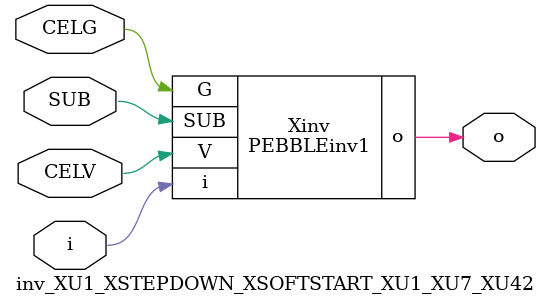
<source format=v>



module PEBBLEinv1 ( o, G, SUB, V, i );

  input V;
  input i;
  input G;
  output o;
  input SUB;
endmodule

//Celera Confidential Do Not Copy inv_XU1_XSTEPDOWN_XSOFTSTART_XU1_XU7_XU42
//Celera Confidential Symbol Generator
//5V Inverter
module inv_XU1_XSTEPDOWN_XSOFTSTART_XU1_XU7_XU42 (CELV,CELG,i,o,SUB);
input CELV;
input CELG;
input i;
input SUB;
output o;

//Celera Confidential Do Not Copy inv
PEBBLEinv1 Xinv(
.V (CELV),
.i (i),
.o (o),
.SUB (SUB),
.G (CELG)
);
//,diesize,PEBBLEinv1

//Celera Confidential Do Not Copy Module End
//Celera Schematic Generator
endmodule

</source>
